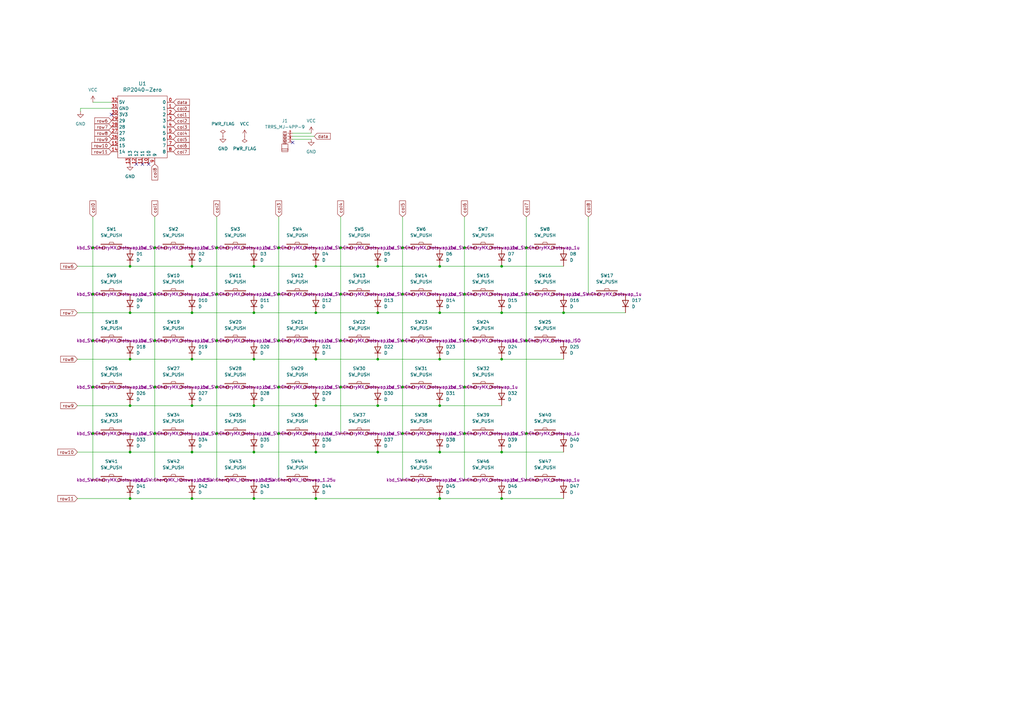
<source format=kicad_sch>
(kicad_sch (version 20231120) (generator "eeschema") (generator_version "8.0")
  (paper "A3")
  (lib_symbols
    (symbol "Device:D" (pin_numbers hide) (pin_names (offset 1.016) hide)
      (property "Reference" "D" (at 0 2.54 0))
      (property "Value" "D" (at 0 -2.54 0))
      (symbol "D_0_1"
        (polyline (pts (xy -1.27 1.27) (xy -1.27 -1.27)) (stroke (width 0.254)))
        (polyline (pts (xy 1.27 0) (xy -1.27 0)))
        (polyline (pts (xy 1.27 1.27) (xy 1.27 -1.27) (xy -1.27 0) (xy 1.27 1.27)) (stroke (width 0.254)))
      )
      (symbol "D_1_1"
        (pin passive line (at -3.81 0 0) (length 2.54) (name "K") (number "1"))
        (pin passive line (at 3.81 0 180) (length 2.54) (name "A") (number "2"))
      )
    )
    (symbol "Salicylic_kbd:TRRS_MJ-4PP-9" (pin_names (offset 1.016))
      (property "Reference" "J" (at 0 5.08 0))
      (property "Value" "TRRS_MJ-4PP-9" (at 0 -6.985 0))
      (symbol "TRRS_MJ-4PP-9_0_0"
        (text "R" (at 0 0 0) (effects (font (size 0.6096 0.6096))))
        (text "R" (at 0 1.27 0) (effects (font (size 0.6096 0.6096))))
        (text "S" (at 0 -1.27 0) (effects (font (size 0.6096 0.6096))))
        (text "T" (at 0 2.54 0) (effects (font (size 0.6096 0.6096))))
      )
      (symbol "TRRS_MJ-4PP-9_0_1"
        (rectangle (start -1.27 -3.81) (end 1.27 -4.445))
        (rectangle (start -1.27 -1.905) (end 1.27 -5.08))
        (rectangle (start -0.635 -0.635) (end 0.635 -1.905))
        (rectangle (start -0.635 0.635) (end 0.635 -0.635))
        (rectangle (start -0.635 1.905) (end 0.635 0.635))
        (rectangle (start -0.635 3.175) (end 0.635 1.905))
      )
      (symbol "TRRS_MJ-4PP-9_1_1"
        (pin input line (at 3.175 -1.27 180) (length 2.0066) (name "~") (number "A"))
        (pin input line (at 3.175 0 180) (length 2.0066) (name "~") (number "B"))
        (pin input line (at 3.175 1.27 180) (length 2.0066) (name "~") (number "C"))
        (pin input line (at 3.175 2.54 180) (length 2.0066) (name "~") (number "D"))
      )
    )
    (symbol "isw-mcu:RP2040-Zero"
      (property "Reference" "U" (at 0 17.78 0))
      (property "Value" "RP2040-Zero" (at 0 15.24 0))
      (symbol "RP2040-Zero_0_1"
        (rectangle (start -10.16 12.7) (end 10.16 -12.7))
      )
      (symbol "RP2040-Zero_1_1"
        (pin tri_state line (at 12.7 10.16 180) (length 2.54) (name "0") (number "0"))
        (pin bidirectional line (at 12.7 7.62 180) (length 2.54) (name "1") (number "1"))
        (pin bidirectional line (at 2.54 -15.24 90) (length 2.54) (name "10") (number "10"))
        (pin bidirectional line (at 0 -15.24 90) (length 2.54) (name "11") (number "11"))
        (pin bidirectional line (at -2.54 -15.24 90) (length 2.54) (name "12") (number "12"))
        (pin bidirectional line (at -5.08 -15.24 90) (length 2.54) (name "13") (number "13"))
        (pin bidirectional line (at -12.7 -10.16 0) (length 2.54) (name "14") (number "14"))
        (pin bidirectional line (at -12.7 -7.62 0) (length 2.54) (name "15") (number "15"))
        (pin bidirectional line (at 12.7 5.08 180) (length 2.54) (name "2") (number "2"))
        (pin bidirectional line (at -12.7 -5.08 0) (length 2.54) (name "26") (number "26"))
        (pin bidirectional line (at -12.7 -2.54 0) (length 2.54) (name "27") (number "27"))
        (pin bidirectional line (at -12.7 0 0) (length 2.54) (name "28") (number "28"))
        (pin bidirectional line (at -12.7 2.54 0) (length 2.54) (name "29") (number "29"))
        (pin bidirectional line (at 12.7 2.54 180) (length 2.54) (name "3") (number "3"))
        (pin power_out line (at -12.7 5.08 0) (length 2.54) (name "3V3") (number "30"))
        (pin power_in line (at -12.7 7.62 0) (length 2.54) (name "GND") (number "31"))
        (pin power_out line (at -12.7 10.16 0) (length 2.54) (name "5V") (number "32"))
        (pin bidirectional line (at 12.7 0 180) (length 2.54) (name "4") (number "4"))
        (pin bidirectional line (at 12.7 -2.54 180) (length 2.54) (name "5") (number "5"))
        (pin bidirectional line (at 12.7 -5.08 180) (length 2.54) (name "6") (number "6"))
        (pin bidirectional line (at 12.7 -7.62 180) (length 2.54) (name "7") (number "7"))
        (pin bidirectional line (at 12.7 -10.16 180) (length 2.54) (name "8") (number "8"))
        (pin bidirectional line (at 5.08 -15.24 90) (length 2.54) (name "9") (number "9"))
      )
    )
    (symbol "kbd:SW_PUSH" (pin_numbers hide) (pin_names (offset 1.016) hide)
      (property "Reference" "SW" (at 3.81 2.794 0))
      (property "Value" "SW_PUSH" (at 0 -2.032 0))
      (symbol "SW_PUSH_0_1"
        (rectangle (start -4.318 1.27) (end 4.318 1.524))
        (polyline (pts (xy -1.016 1.524) (xy -0.762 2.286) (xy 0.762 2.286) (xy 1.016 1.524)))
        (pin passive inverted (at -7.62 0 0) (length 5.08) (name "1") (number "1"))
        (pin passive inverted (at 7.62 0 180) (length 5.08) (name "2") (number "2"))
      )
    )
    (symbol "power:GND" (power) (pin_numbers hide) (pin_names (offset 0) hide)
      (property "Value" "GND" (at 0 -3.81 0))
      (symbol "GND_0_1"
        (polyline (pts (xy 0 0) (xy 0 -1.27) (xy 1.27 -1.27) (xy 0 -2.54) (xy -1.27 -1.27) (xy 0 -1.27)))
      )
      (symbol "GND_1_1"
        (pin power_in line (at 0 0 270) (length 0) (name "~") (number "1"))
      )
    )
    (symbol "power:PWR_FLAG" (power) (pin_numbers hide) (pin_names (offset 0) hide)
      (property "Value" "PWR_FLAG" (at 0 3.81 0))
      (symbol "PWR_FLAG_0_0"
        (pin power_out line (at 0 0 90) (length 0) (name "~") (number "1"))
      )
      (symbol "PWR_FLAG_0_1"
        (polyline (pts (xy 0 0) (xy 0 1.27) (xy -1.016 1.905) (xy 0 2.54) (xy 1.016 1.905) (xy 0 1.27)))
      )
    )
    (symbol "power:VCC" (power) (pin_numbers hide) (pin_names (offset 0) hide)
      (property "Value" "VCC" (at 0 3.556 0))
      (symbol "VCC_0_1"
        (polyline (pts (xy -0.762 1.27) (xy 0 2.54)))
        (polyline (pts (xy 0 0) (xy 0 2.54)))
        (polyline (pts (xy 0 2.54) (xy 0.762 1.27)))
      )
      (symbol "VCC_1_1"
        (pin power_in line (at 0 0 90) (length 0) (name "~") (number "1"))
      )
    )
  )
  (junction (at 114.3 139.7))
  (junction (at 104.14 166.37))
  (junction (at 104.14 147.32))
  (junction (at 53.34 128.27))
  (junction (at 88.9 177.8))
  (junction (at 104.14 185.42))
  (junction (at 114.3 177.8))
  (junction (at 190.5 177.8))
  (junction (at 180.34 185.42))
  (junction (at 205.74 128.27))
  (junction (at 205.74 109.22))
  (junction (at 53.34 147.32))
  (junction (at 165.1 177.8))
  (junction (at 165.1 120.65))
  (junction (at 190.5 101.6))
  (junction (at 139.7 120.65))
  (junction (at 53.34 185.42))
  (junction (at 78.74 185.42))
  (junction (at 88.9 139.7))
  (junction (at 165.1 101.6))
  (junction (at 154.94 109.22))
  (junction (at 154.94 166.37))
  (junction (at 154.94 147.32))
  (junction (at 205.74 147.32))
  (junction (at 78.74 166.37))
  (junction (at 38.1 177.8))
  (junction (at 190.5 158.75))
  (junction (at 180.34 204.47))
  (junction (at 180.34 147.32))
  (junction (at 88.9 101.6))
  (junction (at 129.54 204.47))
  (junction (at 78.74 147.32))
  (junction (at 139.7 158.75))
  (junction (at 215.9 101.6))
  (junction (at 180.34 128.27))
  (junction (at 78.74 128.27))
  (junction (at 180.34 109.22))
  (junction (at 139.7 139.7))
  (junction (at 63.5 177.8))
  (junction (at 139.7 101.6))
  (junction (at 63.5 158.75))
  (junction (at 215.9 120.65))
  (junction (at 53.34 166.37))
  (junction (at 180.34 166.37))
  (junction (at 63.5 139.7))
  (junction (at 53.34 109.22))
  (junction (at 104.14 128.27))
  (junction (at 129.54 128.27))
  (junction (at 104.14 109.22))
  (junction (at 63.5 101.6))
  (junction (at 114.3 120.65))
  (junction (at 231.14 128.27))
  (junction (at 88.9 158.75))
  (junction (at 129.54 147.32))
  (junction (at 104.14 204.47))
  (junction (at 215.9 139.7))
  (junction (at 88.9 120.65))
  (junction (at 154.94 128.27))
  (junction (at 53.34 204.47))
  (junction (at 129.54 185.42))
  (junction (at 205.74 185.42))
  (junction (at 190.5 120.65))
  (junction (at 165.1 139.7))
  (junction (at 78.74 204.47))
  (junction (at 63.5 120.65))
  (junction (at 38.1 139.7))
  (junction (at 38.1 120.65))
  (junction (at 38.1 158.75))
  (junction (at 114.3 101.6))
  (junction (at 114.3 158.75))
  (junction (at 38.1 101.6))
  (junction (at 215.9 177.8))
  (junction (at 78.74 109.22))
  (junction (at 154.94 185.42))
  (junction (at 129.54 166.37))
  (junction (at 205.74 204.47))
  (junction (at 129.54 109.22))
  (junction (at 190.5 139.7))
  (junction (at 165.1 158.75))
  (no_connect (at 120.015 58.42))
  (no_connect (at 60.96 67.31))
  (no_connect (at 45.72 46.99))
  (no_connect (at 55.88 67.31))
  (no_connect (at 58.42 67.31))
  (wire (pts (xy 114.3 101.6) (xy 114.3 120.65)))
  (wire (pts (xy 38.1 177.8) (xy 38.1 196.85)))
  (wire (pts (xy 139.7 88.9) (xy 139.7 101.6)))
  (wire (pts (xy 129.54 166.37) (xy 154.94 166.37)))
  (wire (pts (xy 129.54 128.27) (xy 154.94 128.27)))
  (wire (pts (xy 205.74 204.47) (xy 231.14 204.47)))
  (wire (pts (xy 78.74 166.37) (xy 104.14 166.37)))
  (wire (pts (xy 190.5 177.8) (xy 190.5 196.85)))
  (wire (pts (xy 104.14 147.32) (xy 129.54 147.32)))
  (wire (pts (xy 129.54 185.42) (xy 154.94 185.42)))
  (wire (pts (xy 165.1 158.75) (xy 165.1 177.8)))
  (wire (pts (xy 129.54 147.32) (xy 154.94 147.32)))
  (wire (pts (xy 53.34 185.42) (xy 78.74 185.42)))
  (wire (pts (xy 53.34 204.47) (xy 78.74 204.47)))
  (wire (pts (xy 165.1 88.9) (xy 165.1 101.6)))
  (wire (pts (xy 88.9 177.8) (xy 88.9 196.85)))
  (wire (pts (xy 104.14 128.27) (xy 129.54 128.27)))
  (wire (pts (xy 31.75 128.27) (xy 53.34 128.27)))
  (wire (pts (xy 215.9 139.7) (xy 215.9 177.8)))
  (wire (pts (xy 88.9 88.9) (xy 88.9 101.6)))
  (wire (pts (xy 114.3 177.8) (xy 114.3 196.85)))
  (wire (pts (xy 53.34 128.27) (xy 78.74 128.27)))
  (wire (pts (xy 165.1 101.6) (xy 165.1 120.65)))
  (wire (pts (xy 180.34 147.32) (xy 205.74 147.32)))
  (wire (pts (xy 31.75 147.32) (xy 53.34 147.32)))
  (wire (pts (xy 53.34 166.37) (xy 78.74 166.37)))
  (wire (pts (xy 241.3 88.9) (xy 241.3 120.65)))
  (wire (pts (xy 38.1 41.91) (xy 45.72 41.91)))
  (wire (pts (xy 180.34 128.27) (xy 205.74 128.27)))
  (wire (pts (xy 38.1 158.75) (xy 38.1 177.8)))
  (wire (pts (xy 190.5 101.6) (xy 190.5 120.65)))
  (wire (pts (xy 104.14 185.42) (xy 129.54 185.42)))
  (wire (pts (xy 190.5 88.9) (xy 190.5 101.6)))
  (wire (pts (xy 78.74 109.22) (xy 104.14 109.22)))
  (wire (pts (xy 78.74 185.42) (xy 104.14 185.42)))
  (wire (pts (xy 165.1 120.65) (xy 165.1 139.7)))
  (wire (pts (xy 88.9 139.7) (xy 88.9 158.75)))
  (wire (pts (xy 215.9 88.9) (xy 215.9 101.6)))
  (wire (pts (xy 154.94 109.22) (xy 180.34 109.22)))
  (wire (pts (xy 215.9 101.6) (xy 215.9 120.65)))
  (wire (pts (xy 31.75 204.47) (xy 53.34 204.47)))
  (wire (pts (xy 78.74 128.27) (xy 104.14 128.27)))
  (wire (pts (xy 120.015 57.15) (xy 127.635 57.15)))
  (wire (pts (xy 63.5 88.9) (xy 63.5 101.6)))
  (wire (pts (xy 205.74 109.22) (xy 231.14 109.22)))
  (wire (pts (xy 33.02 44.45) (xy 45.72 44.45)))
  (wire (pts (xy 231.14 128.27) (xy 256.54 128.27)))
  (wire (pts (xy 63.5 139.7) (xy 63.5 158.75)))
  (wire (pts (xy 215.9 120.65) (xy 215.9 139.7)))
  (wire (pts (xy 205.74 185.42) (xy 231.14 185.42)))
  (wire (pts (xy 139.7 101.6) (xy 139.7 120.65)))
  (wire (pts (xy 88.9 101.6) (xy 88.9 120.65)))
  (wire (pts (xy 63.5 120.65) (xy 63.5 139.7)))
  (wire (pts (xy 154.94 128.27) (xy 180.34 128.27)))
  (wire (pts (xy 205.74 128.27) (xy 231.14 128.27)))
  (wire (pts (xy 63.5 158.75) (xy 63.5 177.8)))
  (wire (pts (xy 129.54 109.22) (xy 154.94 109.22)))
  (wire (pts (xy 154.94 185.42) (xy 180.34 185.42)))
  (wire (pts (xy 78.74 204.47) (xy 104.14 204.47)))
  (wire (pts (xy 38.1 120.65) (xy 38.1 139.7)))
  (wire (pts (xy 190.5 139.7) (xy 190.5 158.75)))
  (wire (pts (xy 114.3 120.65) (xy 114.3 139.7)))
  (wire (pts (xy 114.3 88.9) (xy 114.3 101.6)))
  (wire (pts (xy 154.94 147.32) (xy 180.34 147.32)))
  (wire (pts (xy 129.54 204.47) (xy 180.34 204.47)))
  (wire (pts (xy 53.34 109.22) (xy 78.74 109.22)))
  (wire (pts (xy 104.14 204.47) (xy 129.54 204.47)))
  (wire (pts (xy 190.5 158.75) (xy 190.5 177.8)))
  (wire (pts (xy 120.015 54.61) (xy 127.635 54.61)))
  (wire (pts (xy 31.75 166.37) (xy 53.34 166.37)))
  (wire (pts (xy 63.5 177.8) (xy 63.5 196.85)))
  (wire (pts (xy 190.5 120.65) (xy 190.5 139.7)))
  (wire (pts (xy 139.7 158.75) (xy 139.7 177.8)))
  (wire (pts (xy 180.34 185.42) (xy 205.74 185.42)))
  (wire (pts (xy 154.94 166.37) (xy 180.34 166.37)))
  (wire (pts (xy 78.74 147.32) (xy 104.14 147.32)))
  (wire (pts (xy 31.75 109.22) (xy 53.34 109.22)))
  (wire (pts (xy 205.74 147.32) (xy 231.14 147.32)))
  (wire (pts (xy 165.1 177.8) (xy 165.1 196.85)))
  (wire (pts (xy 104.14 166.37) (xy 129.54 166.37)))
  (wire (pts (xy 180.34 204.47) (xy 205.74 204.47)))
  (wire (pts (xy 88.9 158.75) (xy 88.9 177.8)))
  (wire (pts (xy 38.1 88.9) (xy 38.1 101.6)))
  (wire (pts (xy 139.7 120.65) (xy 139.7 139.7)))
  (wire (pts (xy 63.5 101.6) (xy 63.5 120.65)))
  (wire (pts (xy 180.34 166.37) (xy 205.74 166.37)))
  (wire (pts (xy 180.34 109.22) (xy 205.74 109.22)))
  (wire (pts (xy 38.1 139.7) (xy 38.1 158.75)))
  (wire (pts (xy 114.3 139.7) (xy 114.3 158.75)))
  (wire (pts (xy 139.7 139.7) (xy 139.7 158.75)))
  (wire (pts (xy 104.14 109.22) (xy 129.54 109.22)))
  (wire (pts (xy 120.015 55.88) (xy 128.905 55.88)))
  (wire (pts (xy 215.9 177.8) (xy 215.9 196.85)))
  (wire (pts (xy 38.1 101.6) (xy 38.1 120.65)))
  (wire (pts (xy 53.34 147.32) (xy 78.74 147.32)))
  (wire (pts (xy 165.1 139.7) (xy 165.1 158.75)))
  (wire (pts (xy 31.75 185.42) (xy 53.34 185.42)))
  (wire (pts (xy 33.02 45.72) (xy 33.02 44.45)))
  (wire (pts (xy 88.9 120.65) (xy 88.9 139.7)))
  (wire (pts (xy 114.3 158.75) (xy 114.3 177.8)))
  (global_label "row8" (shape input) (at 45.72 54.61 180) (property "Intersheetrefs" "${INTERSHEET_REFS}" (effects (hide yes))))
  (global_label "data" (shape input) (at 128.905 55.88 0) (property "Intersheetrefs" "${INTERSHEET_REFS}" (effects (hide yes))))
  (global_label "col4" (shape input) (at 139.7 88.9 90) (property "Intersheetrefs" "${INTERSHEET_REFS}" (effects (hide yes))))
  (global_label "row9" (shape input) (at 31.75 166.37 180) (property "Intersheetrefs" "${INTERSHEET_REFS}" (effects (hide yes))))
  (global_label "row11" (shape input) (at 31.75 204.47 180) (property "Intersheetrefs" "${INTERSHEET_REFS}" (effects (hide yes))))
  (global_label "col2" (shape input) (at 71.12 49.53 0) (property "Intersheetrefs" "${INTERSHEET_REFS}" (effects (hide yes))))
  (global_label "col0" (shape input) (at 38.1 88.9 90) (property "Intersheetrefs" "${INTERSHEET_REFS}" (effects (hide yes))))
  (global_label "row8" (shape input) (at 31.75 147.32 180) (property "Intersheetrefs" "${INTERSHEET_REFS}" (effects (hide yes))))
  (global_label "row7" (shape input) (at 45.72 52.07 180) (property "Intersheetrefs" "${INTERSHEET_REFS}" (effects (hide yes))))
  (global_label "col4" (shape input) (at 71.12 54.61 0) (property "Intersheetrefs" "${INTERSHEET_REFS}" (effects (hide yes))))
  (global_label "col3" (shape input) (at 114.3 88.9 90) (property "Intersheetrefs" "${INTERSHEET_REFS}" (effects (hide yes))))
  (global_label "col1" (shape input) (at 63.5 88.9 90) (property "Intersheetrefs" "${INTERSHEET_REFS}" (effects (hide yes))))
  (global_label "col6" (shape input) (at 71.12 59.69 0) (property "Intersheetrefs" "${INTERSHEET_REFS}" (effects (hide yes))))
  (global_label "row10" (shape input) (at 45.72 59.69 180) (property "Intersheetrefs" "${INTERSHEET_REFS}" (effects (hide yes))))
  (global_label "col5" (shape input) (at 165.1 88.9 90) (property "Intersheetrefs" "${INTERSHEET_REFS}" (effects (hide yes))))
  (global_label "col7" (shape input) (at 71.12 62.23 0) (property "Intersheetrefs" "${INTERSHEET_REFS}" (effects (hide yes))))
  (global_label "col0" (shape input) (at 71.12 44.45 0) (property "Intersheetrefs" "${INTERSHEET_REFS}" (effects (hide yes))))
  (global_label "col3" (shape input) (at 71.12 52.07 0) (property "Intersheetrefs" "${INTERSHEET_REFS}" (effects (hide yes))))
  (global_label "row6" (shape input) (at 45.72 49.53 180) (property "Intersheetrefs" "${INTERSHEET_REFS}" (effects (hide yes))))
  (global_label "row11" (shape input) (at 45.72 62.23 180) (property "Intersheetrefs" "${INTERSHEET_REFS}" (effects (hide yes))))
  (global_label "col6" (shape input) (at 190.5 88.9 90) (property "Intersheetrefs" "${INTERSHEET_REFS}" (effects (hide yes))))
  (global_label "row9" (shape input) (at 45.72 57.15 180) (property "Intersheetrefs" "${INTERSHEET_REFS}" (effects (hide yes))))
  (global_label "row10" (shape input) (at 31.75 185.42 180) (property "Intersheetrefs" "${INTERSHEET_REFS}" (effects (hide yes))))
  (global_label "data" (shape input) (at 71.12 41.91 0) (property "Intersheetrefs" "${INTERSHEET_REFS}" (effects (hide yes))))
  (global_label "row7" (shape input) (at 31.75 128.27 180) (property "Intersheetrefs" "${INTERSHEET_REFS}" (effects (hide yes))))
  (global_label "col7" (shape input) (at 215.9 88.9 90) (property "Intersheetrefs" "${INTERSHEET_REFS}" (effects (hide yes))))
  (global_label "col2" (shape input) (at 88.9 88.9 90) (property "Intersheetrefs" "${INTERSHEET_REFS}" (effects (hide yes))))
  (global_label "col1" (shape input) (at 71.12 46.99 0) (property "Intersheetrefs" "${INTERSHEET_REFS}" (effects (hide yes))))
  (global_label "row6" (shape input) (at 31.75 109.22 180) (property "Intersheetrefs" "${INTERSHEET_REFS}" (effects (hide yes))))
  (global_label "col5" (shape input) (at 71.12 57.15 0) (property "Intersheetrefs" "${INTERSHEET_REFS}" (effects (hide yes))))
  (global_label "col8" (shape input) (at 63.5 67.31 270) (property "Intersheetrefs" "${INTERSHEET_REFS}" (effects (hide yes))))
  (global_label "col8" (shape input) (at 241.3 88.9 90) (property "Intersheetrefs" "${INTERSHEET_REFS}" (effects (hide yes))))
  (symbol (lib_id "kbd:SW_PUSH") (at 45.72 177.8 0) (unit 1)
    (property "Reference" "SW33" (at 45.72 170.18 0))
    (property "Value" "SW_PUSH" (at 45.72 172.72 0))
    (property "Footprint" "kbd_SW:CherryMX_Hotswap_1u" (at 45.72 177.8 0))
  )
  (symbol (lib_id "Device:D") (at 256.54 124.46 90) (unit 1)
    (property "Reference" "D17" (at 259.08 123.1899 90) (effects (justify right)))
    (property "Value" "D" (at 259.08 125.7299 90) (effects (justify right)))
    (property "Footprint" "kbd_Parts:Diode_SMD" (effects (hide yes)))
    (property "Description" "Diode" (effects (hide yes)))
    (property "Sim.Device" "D" (effects (hide yes)))
    (property "Sim.Pins" "1=K 2=A" (effects (hide yes)))
  )
  (symbol (lib_id "Device:D") (at 129.54 200.66 90) (unit 1)
    (property "Reference" "D44" (at 132.08 199.3899 90) (effects (justify right)))
    (property "Value" "D" (at 132.08 201.9299 90) (effects (justify right)))
    (property "Footprint" "kbd_Parts:Diode_SMD" (effects (hide yes)))
    (property "Description" "Diode" (effects (hide yes)))
    (property "Sim.Device" "D" (effects (hide yes)))
    (property "Sim.Pins" "1=K 2=A" (effects (hide yes)))
  )
  (symbol (lib_id "Device:D") (at 180.34 124.46 90) (unit 1)
    (property "Reference" "D14" (at 182.88 123.1899 90) (effects (justify right)))
    (property "Value" "D" (at 182.88 125.7299 90) (effects (justify right)))
    (property "Footprint" "kbd_Parts:Diode_SMD" (effects (hide yes)))
    (property "Description" "Diode" (effects (hide yes)))
    (property "Sim.Device" "D" (effects (hide yes)))
    (property "Sim.Pins" "1=K 2=A" (effects (hide yes)))
  )
  (symbol (lib_id "kbd:SW_PUSH") (at 172.72 177.8 0) (unit 1)
    (property "Reference" "SW38" (at 172.72 170.18 0))
    (property "Value" "SW_PUSH" (at 172.72 172.72 0))
    (property "Footprint" "kbd_SW:CherryMX_Hotswap_1u" (at 172.72 177.8 0))
  )
  (symbol (lib_id "power:GND") (at 33.02 45.72 0) (unit 1)
    (property "Reference" "#PWR02" (effects (hide yes)))
    (property "Value" "GND" (at 33.02 50.8 0))
    (property "Description" "Power symbol creates a global label with name \"GND\" , ground" (effects (hide yes)))
  )
  (symbol (lib_id "Device:D") (at 129.54 124.46 90) (unit 1)
    (property "Reference" "D12" (at 132.08 123.1899 90) (effects (justify right)))
    (property "Value" "D" (at 132.08 125.7299 90) (effects (justify right)))
    (property "Footprint" "kbd_Parts:Diode_SMD" (effects (hide yes)))
    (property "Description" "Diode" (effects (hide yes)))
    (property "Sim.Device" "D" (effects (hide yes)))
    (property "Sim.Pins" "1=K 2=A" (effects (hide yes)))
  )
  (symbol (lib_id "Device:D") (at 154.94 162.56 90) (unit 1)
    (property "Reference" "D30" (at 157.48 161.2899 90) (effects (justify right)))
    (property "Value" "D" (at 157.48 163.8299 90) (effects (justify right)))
    (property "Footprint" "kbd_Parts:Diode_SMD" (effects (hide yes)))
    (property "Description" "Diode" (effects (hide yes)))
    (property "Sim.Device" "D" (effects (hide yes)))
    (property "Sim.Pins" "1=K 2=A" (effects (hide yes)))
  )
  (symbol (lib_id "Device:D") (at 180.34 105.41 90) (unit 1)
    (property "Reference" "D6" (at 182.88 104.1399 90) (effects (justify right)))
    (property "Value" "D" (at 182.88 106.6799 90) (effects (justify right)))
    (property "Footprint" "kbd_Parts:Diode_SMD" (effects (hide yes)))
    (property "Description" "Diode" (effects (hide yes)))
    (property "Sim.Device" "D" (effects (hide yes)))
    (property "Sim.Pins" "1=K 2=A" (effects (hide yes)))
  )
  (symbol (lib_id "Device:D") (at 78.74 200.66 90) (unit 1)
    (property "Reference" "D42" (at 81.28 199.3899 90) (effects (justify right)))
    (property "Value" "D" (at 81.28 201.9299 90) (effects (justify right)))
    (property "Footprint" "kbd_Parts:Diode_SMD" (effects (hide yes)))
    (property "Description" "Diode" (effects (hide yes)))
    (property "Sim.Device" "D" (effects (hide yes)))
    (property "Sim.Pins" "1=K 2=A" (effects (hide yes)))
  )
  (symbol (lib_id "kbd:SW_PUSH") (at 198.12 158.75 0) (unit 1)
    (property "Reference" "SW32" (at 198.12 151.13 0))
    (property "Value" "SW_PUSH" (at 198.12 153.67 0))
    (property "Footprint" "kbd_SW:CherryMX_Hotswap_1u" (at 198.12 158.75 0))
  )
  (symbol (lib_id "Device:D") (at 205.74 181.61 90) (unit 1)
    (property "Reference" "D39" (at 208.28 180.3399 90) (effects (justify right)))
    (property "Value" "D" (at 208.28 182.8799 90) (effects (justify right)))
    (property "Footprint" "kbd_Parts:Diode_SMD" (effects (hide yes)))
    (property "Description" "Diode" (effects (hide yes)))
    (property "Sim.Device" "D" (effects (hide yes)))
    (property "Sim.Pins" "1=K 2=A" (effects (hide yes)))
  )
  (symbol (lib_id "kbd:SW_PUSH") (at 248.92 120.65 0) (unit 1)
    (property "Reference" "SW17" (at 248.92 113.03 0))
    (property "Value" "SW_PUSH" (at 248.92 115.57 0))
    (property "Footprint" "kbd_SW:CherryMX_Hotswap_1u" (at 248.92 120.65 0))
  )
  (symbol (lib_id "kbd:SW_PUSH") (at 198.12 120.65 0) (unit 1)
    (property "Reference" "SW15" (at 198.12 113.03 0))
    (property "Value" "SW_PUSH" (at 198.12 115.57 0))
    (property "Footprint" "kbd_SW:CherryMX_Hotswap_1u" (at 198.12 120.65 0))
  )
  (symbol (lib_id "Salicylic_kbd:TRRS_MJ-4PP-9") (at 116.84 57.15 0) (unit 1)
    (property "Reference" "J1" (at 116.84 49.53 0))
    (property "Value" "TRRS_MJ-4PP-9" (at 116.84 52.07 0))
    (property "Footprint" "kbd_Parts:TRRS_MJ-4PP-9" (effects (hide yes)))
  )
  (symbol (lib_id "kbd:SW_PUSH") (at 198.12 101.6 0) (unit 1)
    (property "Reference" "SW7" (at 198.12 93.98 0))
    (property "Value" "SW_PUSH" (at 198.12 96.52 0))
    (property "Footprint" "kbd_SW:CherryMX_Hotswap_1u" (at 198.12 101.6 0))
  )
  (symbol (lib_id "kbd:SW_PUSH") (at 121.92 177.8 0) (unit 1)
    (property "Reference" "SW36" (at 121.92 170.18 0))
    (property "Value" "SW_PUSH" (at 121.92 172.72 0))
    (property "Footprint" "kbd_SW:CherryMX_Hotswap_1u" (at 121.92 177.8 0))
  )
  (symbol (lib_id "Device:D") (at 104.14 162.56 90) (unit 1)
    (property "Reference" "D28" (at 106.68 161.2899 90) (effects (justify right)))
    (property "Value" "D" (at 106.68 163.8299 90) (effects (justify right)))
    (property "Footprint" "kbd_Parts:Diode_SMD" (effects (hide yes)))
    (property "Description" "Diode" (effects (hide yes)))
    (property "Sim.Device" "D" (effects (hide yes)))
    (property "Sim.Pins" "1=K 2=A" (effects (hide yes)))
  )
  (symbol (lib_id "kbd:SW_PUSH") (at 45.72 196.85 0) (unit 1)
    (property "Reference" "SW41" (at 45.72 189.23 0))
    (property "Value" "SW_PUSH" (at 45.72 191.77 0))
    (property "Footprint" "kbd_SW:CherryMX_Hotswap_1u" (at 45.72 196.85 0))
  )
  (symbol (lib_id "Device:D") (at 180.34 143.51 90) (unit 1)
    (property "Reference" "D23" (at 182.88 142.2399 90) (effects (justify right)))
    (property "Value" "D" (at 182.88 144.7799 90) (effects (justify right)))
    (property "Footprint" "kbd_Parts:Diode_SMD" (effects (hide yes)))
    (property "Description" "Diode" (effects (hide yes)))
    (property "Sim.Device" "D" (effects (hide yes)))
    (property "Sim.Pins" "1=K 2=A" (effects (hide yes)))
  )
  (symbol (lib_id "kbd:SW_PUSH") (at 223.52 177.8 0) (unit 1)
    (property "Reference" "SW40" (at 223.52 170.18 0))
    (property "Value" "SW_PUSH" (at 223.52 172.72 0))
    (property "Footprint" "kbd_SW:CherryMX_Hotswap_1u" (at 223.52 177.8 0))
  )
  (symbol (lib_id "power:GND") (at 127.635 57.15 0) (unit 1)
    (property "Reference" "#PWR06" (effects (hide yes)))
    (property "Value" "GND" (at 127.635 62.23 0))
    (property "Description" "Power symbol creates a global label with name \"GND\" , ground" (effects (hide yes)))
  )
  (symbol (lib_id "Device:D") (at 78.74 124.46 90) (unit 1)
    (property "Reference" "D10" (at 81.28 123.1899 90) (effects (justify right)))
    (property "Value" "D" (at 81.28 125.7299 90) (effects (justify right)))
    (property "Footprint" "kbd_Parts:Diode_SMD" (effects (hide yes)))
    (property "Description" "Diode" (effects (hide yes)))
    (property "Sim.Device" "D" (effects (hide yes)))
    (property "Sim.Pins" "1=K 2=A" (effects (hide yes)))
  )
  (symbol (lib_id "kbd:SW_PUSH") (at 121.92 101.6 0) (unit 1)
    (property "Reference" "SW4" (at 121.92 93.98 0))
    (property "Value" "SW_PUSH" (at 121.92 96.52 0))
    (property "Footprint" "kbd_SW:CherryMX_Hotswap_1u" (at 121.92 101.6 0))
  )
  (symbol (lib_id "Device:D") (at 53.34 162.56 90) (unit 1)
    (property "Reference" "D26" (at 55.88 161.2899 90) (effects (justify right)))
    (property "Value" "D" (at 55.88 163.8299 90) (effects (justify right)))
    (property "Footprint" "kbd_Parts:Diode_SMD" (effects (hide yes)))
    (property "Description" "Diode" (effects (hide yes)))
    (property "Sim.Device" "D" (effects (hide yes)))
    (property "Sim.Pins" "1=K 2=A" (effects (hide yes)))
  )
  (symbol (lib_id "kbd:SW_PUSH") (at 121.92 120.65 0) (unit 1)
    (property "Reference" "SW12" (at 121.92 113.03 0))
    (property "Value" "SW_PUSH" (at 121.92 115.57 0))
    (property "Footprint" "kbd_SW:CherryMX_Hotswap_1u" (at 121.92 120.65 0))
  )
  (symbol (lib_id "kbd:SW_PUSH") (at 96.52 101.6 0) (unit 1)
    (property "Reference" "SW3" (at 96.52 93.98 0))
    (property "Value" "SW_PUSH" (at 96.52 96.52 0))
    (property "Footprint" "kbd_SW:CherryMX_Hotswap_1u" (at 96.52 101.6 0))
  )
  (symbol (lib_id "kbd:SW_PUSH") (at 45.72 139.7 0) (unit 1)
    (property "Reference" "SW18" (at 45.72 132.08 0))
    (property "Value" "SW_PUSH" (at 45.72 134.62 0))
    (property "Footprint" "kbd_SW:CherryMX_Hotswap_1u" (at 45.72 139.7 0))
  )
  (symbol (lib_id "power:VCC") (at 100.33 55.88 0) (unit 1)
    (property "Reference" "#PWR05" (effects (hide yes)))
    (property "Value" "VCC" (at 100.33 50.8 0))
    (property "Description" "Power symbol creates a global label with name \"VCC\"" (effects (hide yes)))
  )
  (symbol (lib_id "kbd:SW_PUSH") (at 71.12 177.8 0) (unit 1)
    (property "Reference" "SW34" (at 71.12 170.18 0))
    (property "Value" "SW_PUSH" (at 71.12 172.72 0))
    (property "Footprint" "kbd_SW:CherryMX_Hotswap_1u" (at 71.12 177.8 0))
  )
  (symbol (lib_id "kbd:SW_PUSH") (at 121.92 139.7 0) (unit 1)
    (property "Reference" "SW21" (at 121.92 132.08 0))
    (property "Value" "SW_PUSH" (at 121.92 134.62 0))
    (property "Footprint" "kbd_SW:CherryMX_Hotswap_1u" (at 121.92 139.7 0))
  )
  (symbol (lib_id "Device:D") (at 154.94 143.51 90) (unit 1)
    (property "Reference" "D22" (at 157.48 142.2399 90) (effects (justify right)))
    (property "Value" "D" (at 157.48 144.7799 90) (effects (justify right)))
    (property "Footprint" "kbd_Parts:Diode_SMD" (effects (hide yes)))
    (property "Description" "Diode" (effects (hide yes)))
    (property "Sim.Device" "D" (effects (hide yes)))
    (property "Sim.Pins" "1=K 2=A" (effects (hide yes)))
  )
  (symbol (lib_id "kbd:SW_PUSH") (at 121.92 158.75 0) (unit 1)
    (property "Reference" "SW29" (at 121.92 151.13 0))
    (property "Value" "SW_PUSH" (at 121.92 153.67 0))
    (property "Footprint" "kbd_SW:CherryMX_Hotswap_1u" (at 121.92 158.75 0))
  )
  (symbol (lib_id "kbd:SW_PUSH") (at 172.72 139.7 0) (unit 1)
    (property "Reference" "SW23" (at 172.72 132.08 0))
    (property "Value" "SW_PUSH" (at 172.72 134.62 0))
    (property "Footprint" "kbd_SW:CherryMX_Hotswap_1u" (at 172.72 139.7 0))
  )
  (symbol (lib_id "Device:D") (at 231.14 200.66 90) (unit 1)
    (property "Reference" "D47" (at 233.68 199.3899 90) (effects (justify right)))
    (property "Value" "D" (at 233.68 201.9299 90) (effects (justify right)))
    (property "Footprint" "kbd_Parts:Diode_SMD" (effects (hide yes)))
    (property "Description" "Diode" (effects (hide yes)))
    (property "Sim.Device" "D" (effects (hide yes)))
    (property "Sim.Pins" "1=K 2=A" (effects (hide yes)))
  )
  (symbol (lib_id "kbd:SW_PUSH") (at 147.32 120.65 0) (unit 1)
    (property "Reference" "SW13" (at 147.32 113.03 0))
    (property "Value" "SW_PUSH" (at 147.32 115.57 0))
    (property "Footprint" "kbd_SW:CherryMX_Hotswap_1u" (at 147.32 120.65 0))
  )
  (symbol (lib_id "Device:D") (at 129.54 105.41 90) (unit 1)
    (property "Reference" "D4" (at 132.08 104.1399 90) (effects (justify right)))
    (property "Value" "D" (at 132.08 106.6799 90) (effects (justify right)))
    (property "Footprint" "kbd_Parts:Diode_SMD" (effects (hide yes)))
    (property "Description" "Diode" (effects (hide yes)))
    (property "Sim.Device" "D" (effects (hide yes)))
    (property "Sim.Pins" "1=K 2=A" (effects (hide yes)))
  )
  (symbol (lib_id "kbd:SW_PUSH") (at 172.72 158.75 0) (unit 1)
    (property "Reference" "SW31" (at 172.72 151.13 0))
    (property "Value" "SW_PUSH" (at 172.72 153.67 0))
    (property "Footprint" "kbd_SW:CherryMX_Hotswap_1u" (at 172.72 158.75 0))
  )
  (symbol (lib_id "kbd:SW_PUSH") (at 96.52 196.85 0) (unit 1)
    (property "Reference" "SW43" (at 96.52 189.23 0))
    (property "Value" "SW_PUSH" (at 96.52 191.77 0))
    (property "Footprint" "kbd_SW:CherryMX_Hotswap_1.25u" (at 96.52 196.85 0))
  )
  (symbol (lib_id "Device:D") (at 231.14 105.41 90) (unit 1)
    (property "Reference" "D8" (at 233.68 104.1399 90) (effects (justify right)))
    (property "Value" "D" (at 233.68 106.6799 90) (effects (justify right)))
    (property "Footprint" "kbd_Parts:Diode_SMD" (effects (hide yes)))
    (property "Description" "Diode" (effects (hide yes)))
    (property "Sim.Device" "D" (effects (hide yes)))
    (property "Sim.Pins" "1=K 2=A" (effects (hide yes)))
  )
  (symbol (lib_id "Device:D") (at 154.94 181.61 90) (unit 1)
    (property "Reference" "D37" (at 157.48 180.3399 90) (effects (justify right)))
    (property "Value" "D" (at 157.48 182.8799 90) (effects (justify right)))
    (property "Footprint" "kbd_Parts:Diode_SMD" (effects (hide yes)))
    (property "Description" "Diode" (effects (hide yes)))
    (property "Sim.Device" "D" (effects (hide yes)))
    (property "Sim.Pins" "1=K 2=A" (effects (hide yes)))
  )
  (symbol (lib_id "Device:D") (at 205.74 105.41 90) (unit 1)
    (property "Reference" "D7" (at 208.28 104.1399 90) (effects (justify right)))
    (property "Value" "D" (at 208.28 106.6799 90) (effects (justify right)))
    (property "Footprint" "kbd_Parts:Diode_SMD" (effects (hide yes)))
    (property "Description" "Diode" (effects (hide yes)))
    (property "Sim.Device" "D" (effects (hide yes)))
    (property "Sim.Pins" "1=K 2=A" (effects (hide yes)))
  )
  (symbol (lib_id "kbd:SW_PUSH") (at 198.12 196.85 0) (unit 1)
    (property "Reference" "SW46" (at 198.12 189.23 0))
    (property "Value" "SW_PUSH" (at 198.12 191.77 0))
    (property "Footprint" "kbd_SW:CherryMX_Hotswap_1u" (at 198.12 196.85 0))
  )
  (symbol (lib_id "Device:D") (at 205.74 143.51 90) (unit 1)
    (property "Reference" "D24" (at 208.28 142.2399 90) (effects (justify right)))
    (property "Value" "D" (at 208.28 144.7799 90) (effects (justify right)))
    (property "Footprint" "kbd_Parts:Diode_SMD" (effects (hide yes)))
    (property "Description" "Diode" (effects (hide yes)))
    (property "Sim.Device" "D" (effects (hide yes)))
    (property "Sim.Pins" "1=K 2=A" (effects (hide yes)))
  )
  (symbol (lib_id "kbd:SW_PUSH") (at 96.52 139.7 0) (unit 1)
    (property "Reference" "SW20" (at 96.52 132.08 0))
    (property "Value" "SW_PUSH" (at 96.52 134.62 0))
    (property "Footprint" "kbd_SW:CherryMX_Hotswap_1u" (at 96.52 139.7 0))
  )
  (symbol (lib_id "Device:D") (at 154.94 105.41 90) (unit 1)
    (property "Reference" "D5" (at 157.48 104.1399 90) (effects (justify right)))
    (property "Value" "D" (at 157.48 106.6799 90) (effects (justify right)))
    (property "Footprint" "kbd_Parts:Diode_SMD" (effects (hide yes)))
    (property "Description" "Diode" (effects (hide yes)))
    (property "Sim.Device" "D" (effects (hide yes)))
    (property "Sim.Pins" "1=K 2=A" (effects (hide yes)))
  )
  (symbol (lib_id "Device:D") (at 205.74 200.66 90) (unit 1)
    (property "Reference" "D46" (at 208.28 199.3899 90) (effects (justify right)))
    (property "Value" "D" (at 208.28 201.9299 90) (effects (justify right)))
    (property "Footprint" "kbd_Parts:Diode_SMD" (effects (hide yes)))
    (property "Description" "Diode" (effects (hide yes)))
    (property "Sim.Device" "D" (effects (hide yes)))
    (property "Sim.Pins" "1=K 2=A" (effects (hide yes)))
  )
  (symbol (lib_id "kbd:SW_PUSH") (at 147.32 139.7 0) (unit 1)
    (property "Reference" "SW22" (at 147.32 132.08 0))
    (property "Value" "SW_PUSH" (at 147.32 134.62 0))
    (property "Footprint" "kbd_SW:CherryMX_Hotswap_1u" (at 147.32 139.7 0))
  )
  (symbol (lib_id "Device:D") (at 104.14 124.46 90) (unit 1)
    (property "Reference" "D11" (at 106.68 123.1899 90) (effects (justify right)))
    (property "Value" "D" (at 106.68 125.7299 90) (effects (justify right)))
    (property "Footprint" "kbd_Parts:Diode_SMD" (effects (hide yes)))
    (property "Description" "Diode" (effects (hide yes)))
    (property "Sim.Device" "D" (effects (hide yes)))
    (property "Sim.Pins" "1=K 2=A" (effects (hide yes)))
  )
  (symbol (lib_id "Device:D") (at 180.34 162.56 90) (unit 1)
    (property "Reference" "D31" (at 182.88 161.2899 90) (effects (justify right)))
    (property "Value" "D" (at 182.88 163.8299 90) (effects (justify right)))
    (property "Footprint" "kbd_Parts:Diode_SMD" (effects (hide yes)))
    (property "Description" "Diode" (effects (hide yes)))
    (property "Sim.Device" "D" (effects (hide yes)))
    (property "Sim.Pins" "1=K 2=A" (effects (hide yes)))
  )
  (symbol (lib_id "kbd:SW_PUSH") (at 198.12 139.7 0) (unit 1)
    (property "Reference" "SW24" (at 198.12 132.08 0))
    (property "Value" "SW_PUSH" (at 198.12 134.62 0))
    (property "Footprint" "kbd_SW:CherryMX_Hotswap_1u" (at 198.12 139.7 0))
  )
  (symbol (lib_id "Device:D") (at 53.34 200.66 90) (unit 1)
    (property "Reference" "D41" (at 55.88 199.3899 90) (effects (justify right)))
    (property "Value" "D" (at 55.88 201.9299 90) (effects (justify right)))
    (property "Footprint" "kbd_Parts:Diode_SMD" (effects (hide yes)))
    (property "Description" "Diode" (effects (hide yes)))
    (property "Sim.Device" "D" (effects (hide yes)))
    (property "Sim.Pins" "1=K 2=A" (effects (hide yes)))
  )
  (symbol (lib_id "power:PWR_FLAG") (at 91.44 55.88 0) (unit 1)
    (property "Reference" "#FLG01" (effects (hide yes)))
    (property "Value" "PWR_FLAG" (at 91.44 50.8 0))
    (property "Description" "Special symbol for telling ERC where power comes from" (effects (hide yes)))
  )
  (symbol (lib_id "kbd:SW_PUSH") (at 71.12 158.75 0) (unit 1)
    (property "Reference" "SW27" (at 71.12 151.13 0))
    (property "Value" "SW_PUSH" (at 71.12 153.67 0))
    (property "Footprint" "kbd_SW:CherryMX_Hotswap_1u" (at 71.12 158.75 0))
  )
  (symbol (lib_id "kbd:SW_PUSH") (at 71.12 101.6 0) (unit 1)
    (property "Reference" "SW2" (at 71.12 93.98 0))
    (property "Value" "SW_PUSH" (at 71.12 96.52 0))
    (property "Footprint" "kbd_SW:CherryMX_Hotswap_1u" (at 71.12 101.6 0))
  )
  (symbol (lib_id "kbd:SW_PUSH") (at 96.52 158.75 0) (unit 1)
    (property "Reference" "SW28" (at 96.52 151.13 0))
    (property "Value" "SW_PUSH" (at 96.52 153.67 0))
    (property "Footprint" "kbd_SW:CherryMX_Hotswap_1u" (at 96.52 158.75 0))
  )
  (symbol (lib_id "kbd:SW_PUSH") (at 45.72 120.65 0) (unit 1)
    (property "Reference" "SW9" (at 45.72 113.03 0))
    (property "Value" "SW_PUSH" (at 45.72 115.57 0))
    (property "Footprint" "kbd_SW:CherryMX_Hotswap_1u" (at 45.72 120.65 0))
  )
  (symbol (lib_id "kbd:SW_PUSH") (at 71.12 120.65 0) (unit 1)
    (property "Reference" "SW10" (at 71.12 113.03 0))
    (property "Value" "SW_PUSH" (at 71.12 115.57 0))
    (property "Footprint" "kbd_SW:CherryMX_Hotswap_1u" (at 71.12 120.65 0))
  )
  (symbol (lib_id "Device:D") (at 53.34 143.51 90) (unit 1)
    (property "Reference" "D18" (at 55.88 142.2399 90) (effects (justify right)))
    (property "Value" "D" (at 55.88 144.7799 90) (effects (justify right)))
    (property "Footprint" "kbd_Parts:Diode_SMD" (effects (hide yes)))
    (property "Description" "Diode" (effects (hide yes)))
    (property "Sim.Device" "D" (effects (hide yes)))
    (property "Sim.Pins" "1=K 2=A" (effects (hide yes)))
  )
  (symbol (lib_id "kbd:SW_PUSH") (at 223.52 120.65 0) (unit 1)
    (property "Reference" "SW16" (at 223.52 113.03 0))
    (property "Value" "SW_PUSH" (at 223.52 115.57 0))
    (property "Footprint" "kbd_SW:CherryMX_Hotswap_1u" (at 223.52 120.65 0))
  )
  (symbol (lib_id "Device:D") (at 129.54 143.51 90) (unit 1)
    (property "Reference" "D21" (at 132.08 142.2399 90) (effects (justify right)))
    (property "Value" "D" (at 132.08 144.7799 90) (effects (justify right)))
    (property "Footprint" "kbd_Parts:Diode_SMD" (effects (hide yes)))
    (property "Description" "Diode" (effects (hide yes)))
    (property "Sim.Device" "D" (effects (hide yes)))
    (property "Sim.Pins" "1=K 2=A" (effects (hide yes)))
  )
  (symbol (lib_id "Device:D") (at 104.14 105.41 90) (unit 1)
    (property "Reference" "D3" (at 106.68 104.1399 90) (effects (justify right)))
    (property "Value" "D" (at 106.68 106.6799 90) (effects (justify right)))
    (property "Footprint" "kbd_Parts:Diode_SMD" (effects (hide yes)))
    (property "Description" "Diode" (effects (hide yes)))
    (property "Sim.Device" "D" (effects (hide yes)))
    (property "Sim.Pins" "1=K 2=A" (effects (hide yes)))
  )
  (symbol (lib_id "Device:D") (at 104.14 181.61 90) (unit 1)
    (property "Reference" "D35" (at 106.68 180.3399 90) (effects (justify right)))
    (property "Value" "D" (at 106.68 182.8799 90) (effects (justify right)))
    (property "Footprint" "kbd_Parts:Diode_SMD" (effects (hide yes)))
    (property "Description" "Diode" (effects (hide yes)))
    (property "Sim.Device" "D" (effects (hide yes)))
    (property "Sim.Pins" "1=K 2=A" (effects (hide yes)))
  )
  (symbol (lib_id "kbd:SW_PUSH") (at 96.52 120.65 0) (unit 1)
    (property "Reference" "SW11" (at 96.52 113.03 0))
    (property "Value" "SW_PUSH" (at 96.52 115.57 0))
    (property "Footprint" "kbd_SW:CherryMX_Hotswap_1u" (at 96.52 120.65 0))
  )
  (symbol (lib_id "power:VCC") (at 127.635 54.61 0) (unit 1)
    (property "Reference" "#PWR03" (effects (hide yes)))
    (property "Value" "VCC" (at 127.635 49.53 0))
    (property "Description" "Power symbol creates a global label with name \"VCC\"" (effects (hide yes)))
  )
  (symbol (lib_id "kbd:SW_PUSH") (at 121.92 196.85 0) (unit 1)
    (property "Reference" "SW44" (at 121.92 189.23 0))
    (property "Value" "SW_PUSH" (at 121.92 191.77 0))
    (property "Footprint" "kbd_SW:CherryMX_Hotswap_1.25u" (at 121.92 196.85 0))
  )
  (symbol (lib_id "kbd:SW_PUSH") (at 147.32 158.75 0) (unit 1)
    (property "Reference" "SW30" (at 147.32 151.13 0))
    (property "Value" "SW_PUSH" (at 147.32 153.67 0))
    (property "Footprint" "kbd_SW:CherryMX_Hotswap_1u" (at 147.32 158.75 0))
  )
  (symbol (lib_id "Device:D") (at 231.14 124.46 90) (unit 1)
    (property "Reference" "D16" (at 233.68 123.1899 90) (effects (justify right)))
    (property "Value" "D" (at 233.68 125.7299 90) (effects (justify right)))
    (property "Footprint" "kbd_Parts:Diode_SMD" (effects (hide yes)))
    (property "Description" "Diode" (effects (hide yes)))
    (property "Sim.Device" "D" (effects (hide yes)))
    (property "Sim.Pins" "1=K 2=A" (effects (hide yes)))
  )
  (symbol (lib_id "Device:D") (at 78.74 143.51 90) (unit 1)
    (property "Reference" "D19" (at 81.28 142.2399 90) (effects (justify right)))
    (property "Value" "D" (at 81.28 144.7799 90) (effects (justify right)))
    (property "Footprint" "kbd_Parts:Diode_SMD" (effects (hide yes)))
    (property "Description" "Diode" (effects (hide yes)))
    (property "Sim.Device" "D" (effects (hide yes)))
    (property "Sim.Pins" "1=K 2=A" (effects (hide yes)))
  )
  (symbol (lib_id "Device:D") (at 231.14 181.61 90) (unit 1)
    (property "Reference" "D40" (at 233.68 180.3399 90) (effects (justify right)))
    (property "Value" "D" (at 233.68 182.8799 90) (effects (justify right)))
    (property "Footprint" "kbd_Parts:Diode_SMD" (effects (hide yes)))
    (property "Description" "Diode" (effects (hide yes)))
    (property "Sim.Device" "D" (effects (hide yes)))
    (property "Sim.Pins" "1=K 2=A" (effects (hide yes)))
  )
  (symbol (lib_id "kbd:SW_PUSH") (at 96.52 177.8 0) (unit 1)
    (property "Reference" "SW35" (at 96.52 170.18 0))
    (property "Value" "SW_PUSH" (at 96.52 172.72 0))
    (property "Footprint" "kbd_SW:CherryMX_Hotswap_1u" (at 96.52 177.8 0))
  )
  (symbol (lib_id "Device:D") (at 78.74 105.41 90) (unit 1)
    (property "Reference" "D2" (at 81.28 104.1399 90) (effects (justify right)))
    (property "Value" "D" (at 81.28 106.6799 90) (effects (justify right)))
    (property "Footprint" "kbd_Parts:Diode_SMD" (effects (hide yes)))
    (property "Description" "Diode" (effects (hide yes)))
    (property "Sim.Device" "D" (effects (hide yes)))
    (property "Sim.Pins" "1=K 2=A" (effects (hide yes)))
  )
  (symbol (lib_id "kbd:SW_PUSH") (at 71.12 196.85 0) (unit 1)
    (property "Reference" "SW42" (at 71.12 189.23 0))
    (property "Value" "SW_PUSH" (at 71.12 191.77 0))
    (property "Footprint" "kbd_SW:CherryMX_Hotswap_1.25u" (at 71.12 196.85 0))
  )
  (symbol (lib_id "Device:D") (at 129.54 162.56 90) (unit 1)
    (property "Reference" "D29" (at 132.08 161.2899 90) (effects (justify right)))
    (property "Value" "D" (at 132.08 163.8299 90) (effects (justify right)))
    (property "Footprint" "kbd_Parts:Diode_SMD" (effects (hide yes)))
    (property "Description" "Diode" (effects (hide yes)))
    (property "Sim.Device" "D" (effects (hide yes)))
    (property "Sim.Pins" "1=K 2=A" (effects (hide yes)))
  )
  (symbol (lib_id "Device:D") (at 154.94 124.46 90) (unit 1)
    (property "Reference" "D13" (at 157.48 123.1899 90) (effects (justify right)))
    (property "Value" "D" (at 157.48 125.7299 90) (effects (justify right)))
    (property "Footprint" "kbd_Parts:Diode_SMD" (effects (hide yes)))
    (property "Description" "Diode" (effects (hide yes)))
    (property "Sim.Device" "D" (effects (hide yes)))
    (property "Sim.Pins" "1=K 2=A" (effects (hide yes)))
  )
  (symbol (lib_id "kbd:SW_PUSH") (at 223.52 101.6 0) (unit 1)
    (property "Reference" "SW8" (at 223.52 93.98 0))
    (property "Value" "SW_PUSH" (at 223.52 96.52 0))
    (property "Footprint" "kbd_SW:CherryMX_Hotswap_1u" (at 223.52 101.6 0))
  )
  (symbol (lib_id "Device:D") (at 53.34 124.46 90) (unit 1)
    (property "Reference" "D9" (at 55.88 123.1899 90) (effects (justify right)))
    (property "Value" "D" (at 55.88 125.7299 90) (effects (justify right)))
    (property "Footprint" "kbd_Parts:Diode_SMD" (effects (hide yes)))
    (property "Description" "Diode" (effects (hide yes)))
    (property "Sim.Device" "D" (effects (hide yes)))
    (property "Sim.Pins" "1=K 2=A" (effects (hide yes)))
  )
  (symbol (lib_id "kbd:SW_PUSH") (at 198.12 177.8 0) (unit 1)
    (property "Reference" "SW39" (at 198.12 170.18 0))
    (property "Value" "SW_PUSH" (at 198.12 172.72 0))
    (property "Footprint" "kbd_SW:CherryMX_Hotswap_1u" (at 198.12 177.8 0))
  )
  (symbol (lib_id "Device:D") (at 180.34 181.61 90) (unit 1)
    (property "Reference" "D38" (at 182.88 180.3399 90) (effects (justify right)))
    (property "Value" "D" (at 182.88 182.8799 90) (effects (justify right)))
    (property "Footprint" "kbd_Parts:Diode_SMD" (effects (hide yes)))
    (property "Description" "Diode" (effects (hide yes)))
    (property "Sim.Device" "D" (effects (hide yes)))
    (property "Sim.Pins" "1=K 2=A" (effects (hide yes)))
  )
  (symbol (lib_id "kbd:SW_PUSH") (at 172.72 120.65 0) (unit 1)
    (property "Reference" "SW14" (at 172.72 113.03 0))
    (property "Value" "SW_PUSH" (at 172.72 115.57 0))
    (property "Footprint" "kbd_SW:CherryMX_Hotswap_1u" (at 172.72 120.65 0))
  )
  (symbol (lib_id "Device:D") (at 104.14 143.51 90) (unit 1)
    (property "Reference" "D20" (at 106.68 142.2399 90) (effects (justify right)))
    (property "Value" "D" (at 106.68 144.7799 90) (effects (justify right)))
    (property "Footprint" "kbd_Parts:Diode_SMD" (effects (hide yes)))
    (property "Description" "Diode" (effects (hide yes)))
    (property "Sim.Device" "D" (effects (hide yes)))
    (property "Sim.Pins" "1=K 2=A" (effects (hide yes)))
  )
  (symbol (lib_id "power:PWR_FLAG") (at 100.33 55.88 180) (unit 1)
    (property "Reference" "#FLG02" (effects (hide yes)))
    (property "Value" "PWR_FLAG" (at 100.33 60.96 0))
    (property "Description" "Special symbol for telling ERC where power comes from" (effects (hide yes)))
  )
  (symbol (lib_id "kbd:SW_PUSH") (at 172.72 101.6 0) (unit 1)
    (property "Reference" "SW6" (at 172.72 93.98 0))
    (property "Value" "SW_PUSH" (at 172.72 96.52 0))
    (property "Footprint" "kbd_SW:CherryMX_Hotswap_1u" (at 172.72 101.6 0))
  )
  (symbol (lib_id "Device:D") (at 53.34 181.61 90) (unit 1)
    (property "Reference" "D33" (at 55.88 180.3399 90) (effects (justify right)))
    (property "Value" "D" (at 55.88 182.8799 90) (effects (justify right)))
    (property "Footprint" "kbd_Parts:Diode_SMD" (effects (hide yes)))
    (property "Description" "Diode" (effects (hide yes)))
    (property "Sim.Device" "D" (effects (hide yes)))
    (property "Sim.Pins" "1=K 2=A" (effects (hide yes)))
  )
  (symbol (lib_id "Device:D") (at 53.34 105.41 90) (unit 1)
    (property "Reference" "D1" (at 55.88 104.1399 90) (effects (justify right)))
    (property "Value" "D" (at 55.88 106.6799 90) (effects (justify right)))
    (property "Footprint" "kbd_Parts:Diode_SMD" (effects (hide yes)))
    (property "Description" "Diode" (effects (hide yes)))
    (property "Sim.Device" "D" (effects (hide yes)))
    (property "Sim.Pins" "1=K 2=A" (effects (hide yes)))
  )
  (symbol (lib_id "Device:D") (at 205.74 124.46 90) (unit 1)
    (property "Reference" "D15" (at 208.28 123.1899 90) (effects (justify right)))
    (property "Value" "D" (at 208.28 125.7299 90) (effects (justify right)))
    (property "Footprint" "kbd_Parts:Diode_SMD" (effects (hide yes)))
    (property "Description" "Diode" (effects (hide yes)))
    (property "Sim.Device" "D" (effects (hide yes)))
    (property "Sim.Pins" "1=K 2=A" (effects (hide yes)))
  )
  (symbol (lib_id "kbd:SW_PUSH") (at 223.52 139.7 0) (unit 1)
    (property "Reference" "SW25" (at 223.52 132.08 0))
    (property "Value" "SW_PUSH" (at 223.52 134.62 0))
    (property "Footprint" "kbd_SW:CherryMX_Hotswap_ISO" (at 223.52 139.7 0))
  )
  (symbol (lib_id "Device:D") (at 205.74 162.56 90) (unit 1)
    (property "Reference" "D32" (at 208.28 161.2899 90) (effects (justify right)))
    (property "Value" "D" (at 208.28 163.8299 90) (effects (justify right)))
    (property "Footprint" "kbd_Parts:Diode_SMD" (effects (hide yes)))
    (property "Description" "Diode" (effects (hide yes)))
    (property "Sim.Device" "D" (effects (hide yes)))
    (property "Sim.Pins" "1=K 2=A" (effects (hide yes)))
  )
  (symbol (lib_id "power:GND") (at 91.44 55.88 0) (unit 1)
    (property "Reference" "#PWR04" (effects (hide yes)))
    (property "Value" "GND" (at 91.44 60.96 0))
    (property "Description" "Power symbol creates a global label with name \"GND\" , ground" (effects (hide yes)))
  )
  (symbol (lib_id "isw-mcu:RP2040-Zero") (at 58.42 52.07 0) (unit 1)
    (property "Reference" "U1" (at 58.42 34.29 0) (effects (font (size 1.524 1.524))))
    (property "Value" "RP2040-Zero" (at 58.42 36.83 0) (effects (font (size 1.524 1.524))))
    (property "Footprint" "isw-kbd:RP2040-Zero-THT" (effects (hide yes)))
  )
  (symbol (lib_id "kbd:SW_PUSH") (at 147.32 177.8 0) (unit 1)
    (property "Reference" "SW37" (at 147.32 170.18 0))
    (property "Value" "SW_PUSH" (at 147.32 172.72 0))
    (property "Footprint" "kbd_SW:CherryMX_Hotswap_1u" (at 147.32 177.8 0))
  )
  (symbol (lib_id "Device:D") (at 129.54 181.61 90) (unit 1)
    (property "Reference" "D36" (at 132.08 180.3399 90) (effects (justify right)))
    (property "Value" "D" (at 132.08 182.8799 90) (effects (justify right)))
    (property "Footprint" "kbd_Parts:Diode_SMD" (effects (hide yes)))
    (property "Description" "Diode" (effects (hide yes)))
    (property "Sim.Device" "D" (effects (hide yes)))
    (property "Sim.Pins" "1=K 2=A" (effects (hide yes)))
  )
  (symbol (lib_id "power:GND") (at 53.34 67.31 0) (unit 1)
    (property "Reference" "#PWR07" (effects (hide yes)))
    (property "Value" "GND" (at 53.34 72.39 0))
    (property "Description" "Power symbol creates a global label with name \"GND\" , ground" (effects (hide yes)))
  )
  (symbol (lib_id "kbd:SW_PUSH") (at 147.32 101.6 0) (unit 1)
    (property "Reference" "SW5" (at 147.32 93.98 0))
    (property "Value" "SW_PUSH" (at 147.32 96.52 0))
    (property "Footprint" "kbd_SW:CherryMX_Hotswap_1u" (at 147.32 101.6 0))
  )
  (symbol (lib_id "Device:D") (at 78.74 181.61 90) (unit 1)
    (property "Reference" "D34" (at 81.28 180.3399 90) (effects (justify right)))
    (property "Value" "D" (at 81.28 182.8799 90) (effects (justify right)))
    (property "Footprint" "kbd_Parts:Diode_SMD" (effects (hide yes)))
    (property "Description" "Diode" (effects (hide yes)))
    (property "Sim.Device" "D" (effects (hide yes)))
    (property "Sim.Pins" "1=K 2=A" (effects (hide yes)))
  )
  (symbol (lib_id "Device:D") (at 180.34 200.66 90) (unit 1)
    (property "Reference" "D45" (at 182.88 199.3899 90) (effects (justify right)))
    (property "Value" "D" (at 182.88 201.9299 90) (effects (justify right)))
    (property "Footprint" "kbd_Parts:Diode_SMD" (effects (hide yes)))
    (property "Description" "Diode" (effects (hide yes)))
    (property "Sim.Device" "D" (effects (hide yes)))
    (property "Sim.Pins" "1=K 2=A" (effects (hide yes)))
  )
  (symbol (lib_id "Device:D") (at 231.14 143.51 90) (unit 1)
    (property "Reference" "D25" (at 233.68 142.2399 90) (effects (justify right)))
    (property "Value" "D" (at 233.68 144.7799 90) (effects (justify right)))
    (property "Footprint" "kbd_Parts:Diode_SMD" (effects (hide yes)))
    (property "Description" "Diode" (effects (hide yes)))
    (property "Sim.Device" "D" (effects (hide yes)))
    (property "Sim.Pins" "1=K 2=A" (effects (hide yes)))
  )
  (symbol (lib_id "power:VCC") (at 38.1 41.91 0) (unit 1)
    (property "Reference" "#PWR01" (effects (hide yes)))
    (property "Value" "VCC" (at 38.1 36.83 0))
    (property "Description" "Power symbol creates a global label with name \"VCC\"" (effects (hide yes)))
  )
  (symbol (lib_id "kbd:SW_PUSH") (at 45.72 101.6 0) (unit 1)
    (property "Reference" "SW1" (at 45.72 93.98 0))
    (property "Value" "SW_PUSH" (at 45.72 96.52 0))
    (property "Footprint" "kbd_SW:CherryMX_Hotswap_1u" (at 45.72 101.6 0))
  )
  (symbol (lib_id "kbd:SW_PUSH") (at 71.12 139.7 0) (unit 1)
    (property "Reference" "SW19" (at 71.12 132.08 0))
    (property "Value" "SW_PUSH" (at 71.12 134.62 0))
    (property "Footprint" "kbd_SW:CherryMX_Hotswap_1u" (at 71.12 139.7 0))
  )
  (symbol (lib_id "kbd:SW_PUSH") (at 172.72 196.85 0) (unit 1)
    (property "Reference" "SW45" (at 172.72 189.23 0))
    (property "Value" "SW_PUSH" (at 172.72 191.77 0))
    (property "Footprint" "kbd_SW:CherryMX_Hotswap_1u" (at 172.72 196.85 0))
  )
  (symbol (lib_id "Device:D") (at 104.14 200.66 90) (unit 1)
    (property "Reference" "D43" (at 106.68 199.3899 90) (effects (justify right)))
    (property "Value" "D" (at 106.68 201.9299 90) (effects (justify right)))
    (property "Footprint" "kbd_Parts:Diode_SMD" (effects (hide yes)))
    (property "Description" "Diode" (effects (hide yes)))
    (property "Sim.Device" "D" (effects (hide yes)))
    (property "Sim.Pins" "1=K 2=A" (effects (hide yes)))
  )
  (symbol (lib_id "Device:D") (at 78.74 162.56 90) (unit 1)
    (property "Reference" "D27" (at 81.28 161.2899 90) (effects (justify right)))
    (property "Value" "D" (at 81.28 163.8299 90) (effects (justify right)))
    (property "Footprint" "kbd_Parts:Diode_SMD" (effects (hide yes)))
    (property "Description" "Diode" (effects (hide yes)))
    (property "Sim.Device" "D" (effects (hide yes)))
    (property "Sim.Pins" "1=K 2=A" (effects (hide yes)))
  )
  (symbol (lib_id "kbd:SW_PUSH") (at 45.72 158.75 0) (unit 1)
    (property "Reference" "SW26" (at 45.72 151.13 0))
    (property "Value" "SW_PUSH" (at 45.72 153.67 0))
    (property "Footprint" "kbd_SW:CherryMX_Hotswap_1u" (at 45.72 158.75 0))
  )
  (symbol (lib_id "kbd:SW_PUSH") (at 223.52 196.85 0) (unit 1)
    (property "Reference" "SW47" (at 223.52 189.23 0))
    (property "Value" "SW_PUSH" (at 223.52 191.77 0))
    (property "Footprint" "kbd_SW:CherryMX_Hotswap_1u" (at 223.52 196.85 0))
  )
)
</source>
